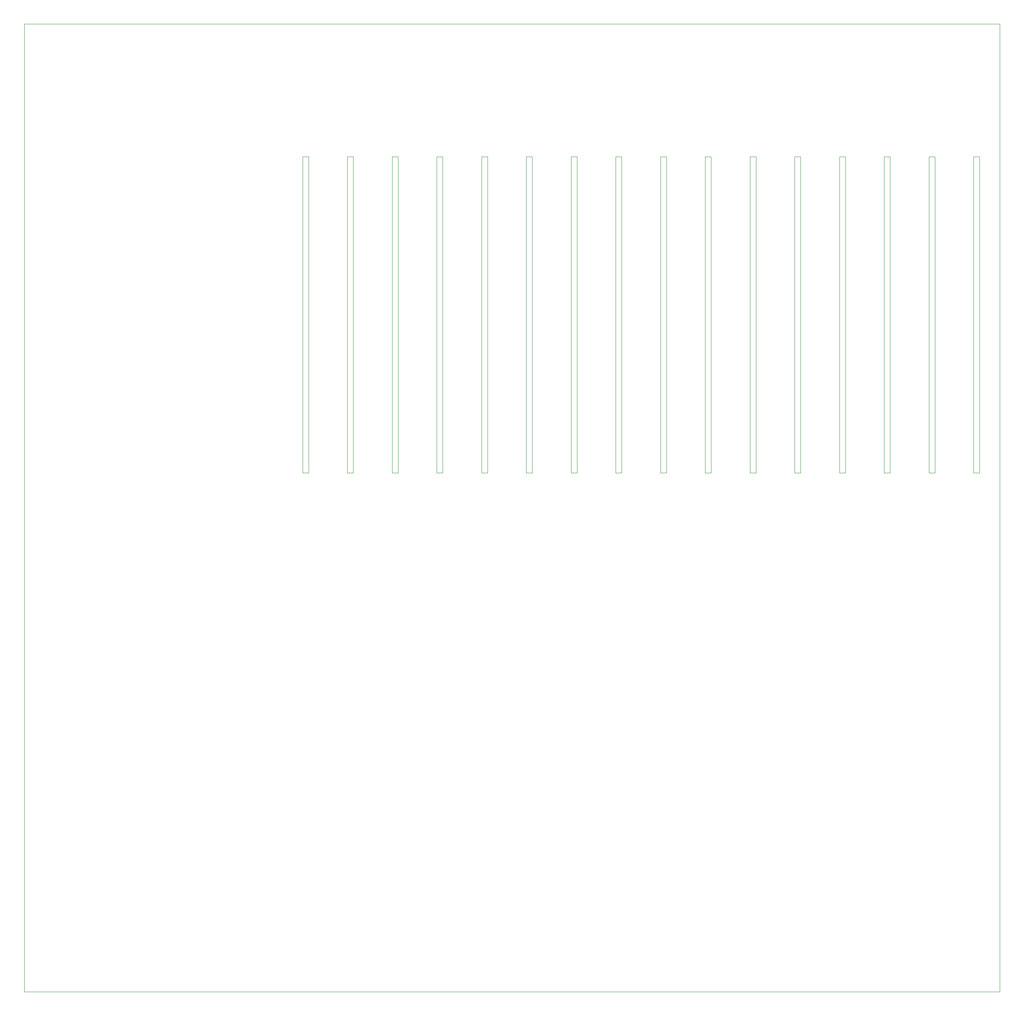
<source format=gko>
G75*
G70*
%OFA0B0*%
%FSLAX24Y24*%
%IPPOS*%
%LPD*%
%AMOC8*
5,1,8,0,0,1.08239X$1,22.5*
%
%ADD10C,0.0000*%
D10*
X000100Y000100D02*
X000100Y081225D01*
X081850Y081225D01*
X081850Y000100D01*
X000100Y000100D01*
X023413Y043600D02*
X023413Y070100D01*
X023913Y070100D01*
X023913Y043600D01*
X023413Y043600D01*
X027163Y043600D02*
X027163Y070100D01*
X027663Y070100D01*
X027663Y043600D01*
X027163Y043600D01*
X030913Y043600D02*
X030913Y070100D01*
X031413Y070100D01*
X031413Y043600D01*
X030913Y043600D01*
X034663Y043600D02*
X034663Y070100D01*
X035163Y070100D01*
X035163Y043600D01*
X034663Y043600D01*
X038413Y043600D02*
X038413Y070100D01*
X038913Y070100D01*
X038913Y043600D01*
X038413Y043600D01*
X042163Y043600D02*
X042163Y070100D01*
X042663Y070100D01*
X042663Y043600D01*
X042163Y043600D01*
X045913Y043600D02*
X045913Y070100D01*
X046413Y070100D01*
X046413Y043600D01*
X045913Y043600D01*
X049663Y043600D02*
X049663Y070100D01*
X050163Y070100D01*
X050163Y043600D01*
X049663Y043600D01*
X053413Y043600D02*
X053413Y070100D01*
X053913Y070100D01*
X053913Y043600D01*
X053413Y043600D01*
X057163Y043600D02*
X057163Y070100D01*
X057663Y070100D01*
X057663Y043600D01*
X057163Y043600D01*
X060913Y043600D02*
X060913Y070100D01*
X061413Y070100D01*
X061413Y043600D01*
X060913Y043600D01*
X064663Y043600D02*
X064663Y070100D01*
X065163Y070100D01*
X065163Y043600D01*
X064663Y043600D01*
X068413Y043600D02*
X068413Y070100D01*
X068913Y070100D01*
X068913Y043600D01*
X068413Y043600D01*
X072163Y043600D02*
X072163Y070100D01*
X072663Y070100D01*
X072663Y043600D01*
X072163Y043600D01*
X075913Y043600D02*
X075913Y070100D01*
X076413Y070100D01*
X076413Y043600D01*
X075913Y043600D01*
X079663Y043600D02*
X079663Y070100D01*
X080163Y070100D01*
X080163Y043600D01*
X079663Y043600D01*
M02*

</source>
